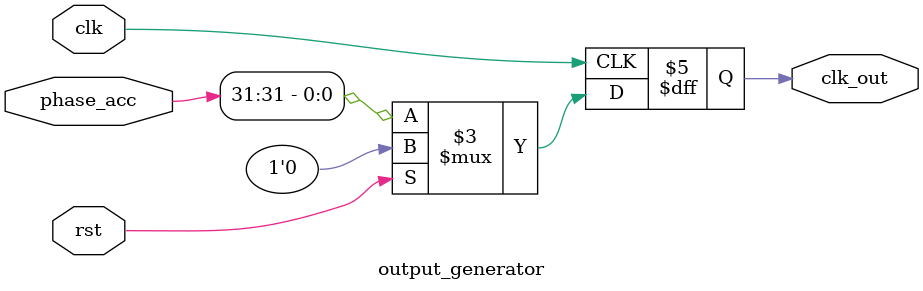
<source format=sv>
module dds_div #(
    parameter FTW = 32'h1999_9999
) (
    input wire clk,
    input wire rst,
    output wire clk_out
);

    // Internal signals for module connections
    wire [31:0] phase_acc;
    
    // Instantiate phase accumulator module
    phase_accumulator #(
        .FTW(FTW)
    ) phase_acc_inst (
        .clk(clk),
        .rst(rst),
        .phase_acc(phase_acc)
    );
    
    // Instantiate output generator module
    output_generator output_gen_inst (
        .clk(clk),
        .rst(rst),
        .phase_acc(phase_acc),
        .clk_out(clk_out)
    );

endmodule

// Phase accumulator module with carry-lookahead adder implementation
module phase_accumulator #(
    parameter FTW = 32'h1999_9999
) (
    input wire clk,
    input wire rst,
    output reg [31:0] phase_acc
);

    wire [31:0] next_phase_acc;
    
    // Instantiate carry-lookahead adder
    cla_32bit cla_adder (
        .a(phase_acc),
        .b(FTW),
        .sum(next_phase_acc)
    );

    always @(posedge clk) begin
        if (rst) begin
            phase_acc <= 32'b0;
        end else begin
            phase_acc <= next_phase_acc;
        end
    end

endmodule

// 32-bit Carry-Lookahead Adder
module cla_32bit (
    input wire [31:0] a,
    input wire [31:0] b,
    output wire [31:0] sum
);
    wire [7:0] group_carry;
    wire dummy_carry;

    // Divide into 8 blocks of 4-bit CLA
    cla_4bit cla0 (.a(a[3:0]), .b(b[3:0]), .cin(1'b0), .sum(sum[3:0]), .cout(group_carry[0]));
    cla_4bit cla1 (.a(a[7:4]), .b(b[7:4]), .cin(group_carry[0]), .sum(sum[7:4]), .cout(group_carry[1]));
    cla_4bit cla2 (.a(a[11:8]), .b(b[11:8]), .cin(group_carry[1]), .sum(sum[11:8]), .cout(group_carry[2]));
    cla_4bit cla3 (.a(a[15:12]), .b(b[15:12]), .cin(group_carry[2]), .sum(sum[15:12]), .cout(group_carry[3]));
    cla_4bit cla4 (.a(a[19:16]), .b(b[19:16]), .cin(group_carry[3]), .sum(sum[19:16]), .cout(group_carry[4]));
    cla_4bit cla5 (.a(a[23:20]), .b(b[23:20]), .cin(group_carry[4]), .sum(sum[23:20]), .cout(group_carry[5]));
    cla_4bit cla6 (.a(a[27:24]), .b(b[27:24]), .cin(group_carry[5]), .sum(sum[27:24]), .cout(group_carry[6]));
    cla_4bit cla7 (.a(a[31:28]), .b(b[31:28]), .cin(group_carry[6]), .sum(sum[31:28]), .cout(dummy_carry));

endmodule

// 4-bit Carry-Lookahead Adder
module cla_4bit (
    input wire [3:0] a,
    input wire [3:0] b,
    input wire cin,
    output wire [3:0] sum,
    output wire cout
);
    wire [3:0] p; // Propagate
    wire [3:0] g; // Generate
    wire [4:0] c; // Carry

    // Generate propagate and generate signals
    assign p = a ^ b;
    assign g = a & b;

    // Carry calculation
    assign c[0] = cin;
    assign c[1] = g[0] | (p[0] & c[0]);
    assign c[2] = g[1] | (p[1] & g[0]) | (p[1] & p[0] & c[0]);
    assign c[3] = g[2] | (p[2] & g[1]) | (p[2] & p[1] & g[0]) | (p[2] & p[1] & p[0] & c[0]);
    assign c[4] = g[3] | (p[3] & g[2]) | (p[3] & p[2] & g[1]) | (p[3] & p[2] & p[1] & g[0]) | (p[3] & p[2] & p[1] & p[0] & c[0]);

    // Sum calculation
    assign sum = p ^ {c[3:0]};
    
    // Carry out
    assign cout = c[4];
endmodule

// Output generator module - generates clock output from phase accumulator MSB
module output_generator (
    input wire clk,
    input wire rst,
    input wire [31:0] phase_acc,
    output reg clk_out
);

    always @(posedge clk) begin
        if (rst) begin
            clk_out <= 1'b0;
        end else begin
            clk_out <= phase_acc[31];
        end
    end

endmodule
</source>
